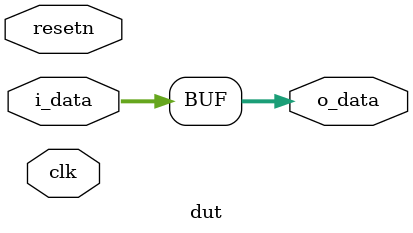
<source format=sv>
module dut (
     clk
    ,resetn
    ,i_data
    ,o_data
);

input        clk;
input        resetn;
input  [7:0] i_data;
output [7:0] o_data;

assign o_data = i_data;

endmodule

</source>
